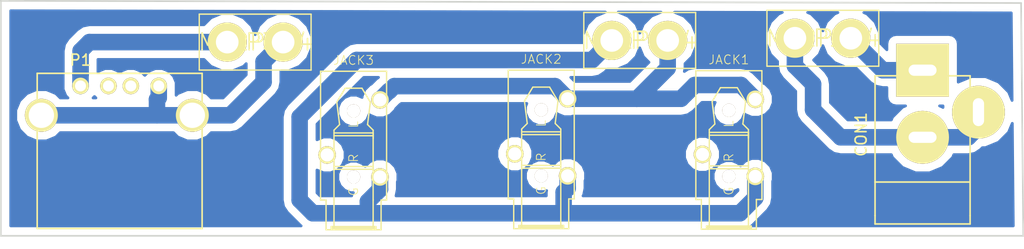
<source format=kicad_pcb>
(kicad_pcb (version 4) (host pcbnew "(2015-10-16 BZR 6271, Git 9aba2f2)-product")

  (general
    (links 13)
    (no_connects 0)
    (area 82.174999 93.824999 175.225001 115.325001)
    (thickness 1.6)
    (drawings 5)
    (tracks 55)
    (zones 0)
    (modules 8)
    (nets 12)
  )

  (page A4)
  (layers
    (0 F.Cu signal)
    (31 B.Cu signal)
    (32 B.Adhes user)
    (33 F.Adhes user)
    (34 B.Paste user)
    (35 F.Paste user)
    (36 B.SilkS user)
    (37 F.SilkS user)
    (38 B.Mask user)
    (39 F.Mask user)
    (40 Dwgs.User user)
    (41 Cmts.User user)
    (42 Eco1.User user)
    (43 Eco2.User user)
    (44 Edge.Cuts user)
    (45 Margin user)
    (46 B.CrtYd user)
    (47 F.CrtYd user)
    (48 B.Fab user)
    (49 F.Fab user)
  )

  (setup
    (last_trace_width 0.25)
    (user_trace_width 1)
    (user_trace_width 1.5)
    (trace_clearance 0.2)
    (zone_clearance 0.7)
    (zone_45_only no)
    (trace_min 0.2)
    (segment_width 0.2)
    (edge_width 0.15)
    (via_size 0.6)
    (via_drill 0.4)
    (via_min_size 0.4)
    (via_min_drill 0.3)
    (uvia_size 0.3)
    (uvia_drill 0.1)
    (uvias_allowed no)
    (uvia_min_size 0.2)
    (uvia_min_drill 0.1)
    (pcb_text_width 0.3)
    (pcb_text_size 1.5 1.5)
    (mod_edge_width 0.15)
    (mod_text_size 1 1)
    (mod_text_width 0.15)
    (pad_size 1.524 1.524)
    (pad_drill 0.762)
    (pad_to_mask_clearance 0.2)
    (aux_axis_origin 0 0)
    (visible_elements FFFFFF7F)
    (pcbplotparams
      (layerselection 0x010f0_80000001)
      (usegerberextensions false)
      (excludeedgelayer true)
      (linewidth 0.100000)
      (plotframeref false)
      (viasonmask false)
      (mode 1)
      (useauxorigin false)
      (hpglpennumber 1)
      (hpglpenspeed 20)
      (hpglpendiameter 15)
      (hpglpenoverlay 2)
      (psnegative false)
      (psa4output false)
      (plotreference true)
      (plotvalue true)
      (plotinvisibletext false)
      (padsonsilk false)
      (subtractmaskfromsilk false)
      (outputformat 1)
      (mirror false)
      (drillshape 0)
      (scaleselection 1)
      (outputdirectory /home/achmadi/Documents/To-Fabrikasi/jack/drill_millimeter/))
  )

  (net 0 "")
  (net 1 "Net-(CON1-Pad1)")
  (net 2 "Net-(CON1-Pad2)")
  (net 3 "Net-(JACK1-Pad3)")
  (net 4 "Net-(JACK1-Pad2)")
  (net 5 "Net-(JP3-Pad1)")
  (net 6 "Net-(JP3-Pad2)")
  (net 7 "Net-(P1-Pad3)")
  (net 8 "Net-(P1-Pad2)")
  (net 9 "Net-(JACK1-Pad4)")
  (net 10 "Net-(JACK2-Pad2)")
  (net 11 "Net-(JACK3-Pad2)")

  (net_class Default "This is the default net class."
    (clearance 0.2)
    (trace_width 0.25)
    (via_dia 0.6)
    (via_drill 0.4)
    (uvia_dia 0.3)
    (uvia_drill 0.1)
    (add_net "Net-(CON1-Pad1)")
    (add_net "Net-(CON1-Pad2)")
    (add_net "Net-(JACK1-Pad2)")
    (add_net "Net-(JACK1-Pad3)")
    (add_net "Net-(JACK1-Pad4)")
    (add_net "Net-(JACK2-Pad2)")
    (add_net "Net-(JACK3-Pad2)")
    (add_net "Net-(JP3-Pad1)")
    (add_net "Net-(JP3-Pad2)")
    (add_net "Net-(P1-Pad2)")
    (add_net "Net-(P1-Pad3)")
  )

  (module Connect:JACK_ALIM (layer F.Cu) (tedit 0) (tstamp 5639EA7C)
    (at 166 106.3 90)
    (descr "module 1 pin (ou trou mecanique de percage)")
    (tags "CONN JACK")
    (path /5639F062)
    (fp_text reference CON1 (at 0.254 -5.588 90) (layer F.SilkS)
      (effects (font (size 1 1) (thickness 0.15)))
    )
    (fp_text value BARREL_JACK (at -5.08 5.588 90) (layer F.Fab)
      (effects (font (size 1 1) (thickness 0.15)))
    )
    (fp_line (start -7.112 -4.318) (end -7.874 -4.318) (layer F.SilkS) (width 0.15))
    (fp_line (start -7.874 -4.318) (end -7.874 4.318) (layer F.SilkS) (width 0.15))
    (fp_line (start -7.874 4.318) (end -7.112 4.318) (layer F.SilkS) (width 0.15))
    (fp_line (start -4.064 -4.318) (end -4.064 4.318) (layer F.SilkS) (width 0.15))
    (fp_line (start 5.588 -4.318) (end 5.588 4.318) (layer F.SilkS) (width 0.15))
    (fp_line (start -7.112 4.318) (end 5.588 4.318) (layer F.SilkS) (width 0.15))
    (fp_line (start -7.112 -4.318) (end 5.588 -4.318) (layer F.SilkS) (width 0.15))
    (pad 2 thru_hole circle (at 0 0 90) (size 4.8006 4.8006) (drill oval 1.016 2.54) (layers *.Cu *.Mask F.SilkS)
      (net 2 "Net-(CON1-Pad2)"))
    (pad 1 thru_hole rect (at 6.096 0 90) (size 4.8006 4.8006) (drill oval 1.016 2.54) (layers *.Cu *.Mask F.SilkS)
      (net 1 "Net-(CON1-Pad1)"))
    (pad 3 thru_hole circle (at 2.286 5.08 90) (size 4.8006 4.8006) (drill oval 2.54 1.016) (layers *.Cu *.Mask F.SilkS)
      (net 2 "Net-(CON1-Pad2)"))
    (model Connect.3dshapes/JACK_ALIM.wrl
      (at (xyz 0 0 0))
      (scale (xyz 0.8 0.8 0.8))
      (rotate (xyz 0 0 0))
    )
  )

  (module ab2_audio:AB2_JACK_3.5MM-3P-PTH (layer F.Cu) (tedit 55C6C15C) (tstamp 5639EA85)
    (at 148.4 111.95 90)
    (path /5639E65B)
    (fp_text reference JACK1 (at 12.7 0 180) (layer F.SilkS)
      (effects (font (size 0.8128 0.8128) (thickness 0.0762)))
    )
    (fp_text value AB2_JACK_3.5MM-3P (at -3.556 0 180) (layer F.SilkS) hide
      (effects (font (size 0.8128 0.8128) (thickness 0.0762)))
    )
    (fp_line (start 5.842 -1.778) (end 5.842 1.778) (layer F.SilkS) (width 0.127))
    (fp_line (start 2.794 -1.778) (end 2.794 1.778) (layer F.SilkS) (width 0.127))
    (fp_text user G (at 0.762 0 90) (layer F.SilkS)
      (effects (font (size 0.8128 0.8128) (thickness 0.0762)))
    )
    (fp_line (start -2.667 2.032) (end -2.667 -2.032) (layer F.SilkS) (width 0.127))
    (fp_line (start -2.54 2.032) (end -2.54 -2.032) (layer F.SilkS) (width 0.127))
    (fp_line (start -2.413 -1.905) (end -2.413 -2.032) (layer F.SilkS) (width 0.127))
    (fp_line (start -2.413 -2.032) (end -2.667 -2.032) (layer F.SilkS) (width 0.127))
    (fp_line (start -2.413 1.905) (end -2.413 2.032) (layer F.SilkS) (width 0.127))
    (fp_line (start -2.413 2.032) (end -2.667 2.032) (layer F.SilkS) (width 0.127))
    (fp_line (start -2.413 -1.905) (end -2.413 1.905) (layer F.SilkS) (width 0.127))
    (fp_line (start 0 -1.778) (end -2.667 -1.778) (layer F.SilkS) (width 0.127))
    (fp_line (start 0 1.778) (end -2.667 1.778) (layer F.SilkS) (width 0.127))
    (fp_text user L (at 6.858 0 90) (layer F.SilkS)
      (effects (font (size 0.8128 0.8128) (thickness 0.0762)))
    )
    (fp_text user R (at 3.81 0 90) (layer F.SilkS)
      (effects (font (size 0.8128 0.8128) (thickness 0.0762)))
    )
    (fp_line (start 8.89 -1.524) (end 6.858 -1.27) (layer F.SilkS) (width 0.127))
    (fp_line (start 6.858 -1.27) (end 6.35 -1.778) (layer F.SilkS) (width 0.127))
    (fp_line (start 3.048 1.778) (end 3.048 -1.778) (layer F.SilkS) (width 0.127))
    (fp_line (start 6.096 -1.778) (end 6.096 1.778) (layer F.SilkS) (width 0.127))
    (fp_line (start 6.096 1.778) (end 5.588 1.778) (layer F.SilkS) (width 0.127))
    (fp_line (start 6.35 -1.778) (end 0 -1.778) (layer F.SilkS) (width 0.127))
    (fp_line (start 6.858 1.27) (end 8.89 1.524) (layer F.SilkS) (width 0.127))
    (fp_line (start 8.89 1.524) (end 10.16 0.762) (layer F.SilkS) (width 0.127))
    (fp_line (start 10.16 0.762) (end 10.16 -0.762) (layer F.SilkS) (width 0.127))
    (fp_line (start 10.16 -0.762) (end 8.89 -1.524) (layer F.SilkS) (width 0.127))
    (fp_line (start 0 1.778) (end 6.35 1.778) (layer F.SilkS) (width 0.127))
    (fp_line (start 6.35 1.778) (end 6.858 1.27) (layer F.SilkS) (width 0.127))
    (fp_line (start 0 -2.5) (end 0 -3) (layer F.SilkS) (width 0.127))
    (fp_line (start 0 -3) (end 11.7 -3) (layer F.SilkS) (width 0.127))
    (fp_line (start 11.7 -3) (end 11.7 3) (layer F.SilkS) (width 0.127))
    (fp_line (start 11.7 3) (end 0 3) (layer F.SilkS) (width 0.127))
    (fp_line (start 0 3) (end 0 2.5) (layer F.SilkS) (width 0.127))
    (fp_line (start 0 -2.5) (end -2.7 -2.5) (layer F.SilkS) (width 0.127))
    (fp_line (start -2.7 -2.5) (end -2.7 2.5) (layer F.SilkS) (width 0.127))
    (fp_line (start -2.7 2.5) (end 0 2.5) (layer F.SilkS) (width 0.127))
    (pad 3 thru_hole circle (at 2.1 2.4 90) (size 1.6 1.6) (drill 1.2) (layers *.Cu *.Mask F.SilkS)
      (net 3 "Net-(JACK1-Pad3)"))
    (pad 2 thru_hole circle (at 4.1 -2.4 90) (size 1.6 1.6) (drill 1.2) (layers *.Cu *.Mask F.SilkS)
      (net 4 "Net-(JACK1-Pad2)"))
    (pad 4 thru_hole circle (at 9.1 2.4 90) (size 1.6 1.6) (drill 1.2) (layers *.Cu *.Mask F.SilkS)
      (net 9 "Net-(JACK1-Pad4)"))
    (pad "" thru_hole circle (at 2.1 0 90) (size 1.2 1.2) (drill 1.2) (layers *.Cu *.Mask F.SilkS))
    (pad "" thru_hole circle (at 8.1 0 90) (size 1.2 1.2) (drill 1.2) (layers *.Cu *.Mask F.SilkS))
    (model ab2_connector/AB2_TRS_3p5MM_PTH.wrl
      (at (xyz 0 0 0))
      (scale (xyz 0.3937 0.3937 0.3937))
      (rotate (xyz 0 0 0))
    )
  )

  (module ab2_audio:AB2_JACK_3.5MM-3P-PTH (layer F.Cu) (tedit 55C6C15C) (tstamp 5639EA8E)
    (at 131.35 111.9 90)
    (path /5639E6AD)
    (fp_text reference JACK2 (at 12.7 0 180) (layer F.SilkS)
      (effects (font (size 0.8128 0.8128) (thickness 0.0762)))
    )
    (fp_text value AB2_JACK_3.5MM-3P (at -3.556 0 180) (layer F.SilkS) hide
      (effects (font (size 0.8128 0.8128) (thickness 0.0762)))
    )
    (fp_line (start 5.842 -1.778) (end 5.842 1.778) (layer F.SilkS) (width 0.127))
    (fp_line (start 2.794 -1.778) (end 2.794 1.778) (layer F.SilkS) (width 0.127))
    (fp_text user G (at 0.762 0 90) (layer F.SilkS)
      (effects (font (size 0.8128 0.8128) (thickness 0.0762)))
    )
    (fp_line (start -2.667 2.032) (end -2.667 -2.032) (layer F.SilkS) (width 0.127))
    (fp_line (start -2.54 2.032) (end -2.54 -2.032) (layer F.SilkS) (width 0.127))
    (fp_line (start -2.413 -1.905) (end -2.413 -2.032) (layer F.SilkS) (width 0.127))
    (fp_line (start -2.413 -2.032) (end -2.667 -2.032) (layer F.SilkS) (width 0.127))
    (fp_line (start -2.413 1.905) (end -2.413 2.032) (layer F.SilkS) (width 0.127))
    (fp_line (start -2.413 2.032) (end -2.667 2.032) (layer F.SilkS) (width 0.127))
    (fp_line (start -2.413 -1.905) (end -2.413 1.905) (layer F.SilkS) (width 0.127))
    (fp_line (start 0 -1.778) (end -2.667 -1.778) (layer F.SilkS) (width 0.127))
    (fp_line (start 0 1.778) (end -2.667 1.778) (layer F.SilkS) (width 0.127))
    (fp_text user L (at 6.858 0 90) (layer F.SilkS)
      (effects (font (size 0.8128 0.8128) (thickness 0.0762)))
    )
    (fp_text user R (at 3.81 0 90) (layer F.SilkS)
      (effects (font (size 0.8128 0.8128) (thickness 0.0762)))
    )
    (fp_line (start 8.89 -1.524) (end 6.858 -1.27) (layer F.SilkS) (width 0.127))
    (fp_line (start 6.858 -1.27) (end 6.35 -1.778) (layer F.SilkS) (width 0.127))
    (fp_line (start 3.048 1.778) (end 3.048 -1.778) (layer F.SilkS) (width 0.127))
    (fp_line (start 6.096 -1.778) (end 6.096 1.778) (layer F.SilkS) (width 0.127))
    (fp_line (start 6.096 1.778) (end 5.588 1.778) (layer F.SilkS) (width 0.127))
    (fp_line (start 6.35 -1.778) (end 0 -1.778) (layer F.SilkS) (width 0.127))
    (fp_line (start 6.858 1.27) (end 8.89 1.524) (layer F.SilkS) (width 0.127))
    (fp_line (start 8.89 1.524) (end 10.16 0.762) (layer F.SilkS) (width 0.127))
    (fp_line (start 10.16 0.762) (end 10.16 -0.762) (layer F.SilkS) (width 0.127))
    (fp_line (start 10.16 -0.762) (end 8.89 -1.524) (layer F.SilkS) (width 0.127))
    (fp_line (start 0 1.778) (end 6.35 1.778) (layer F.SilkS) (width 0.127))
    (fp_line (start 6.35 1.778) (end 6.858 1.27) (layer F.SilkS) (width 0.127))
    (fp_line (start 0 -2.5) (end 0 -3) (layer F.SilkS) (width 0.127))
    (fp_line (start 0 -3) (end 11.7 -3) (layer F.SilkS) (width 0.127))
    (fp_line (start 11.7 -3) (end 11.7 3) (layer F.SilkS) (width 0.127))
    (fp_line (start 11.7 3) (end 0 3) (layer F.SilkS) (width 0.127))
    (fp_line (start 0 3) (end 0 2.5) (layer F.SilkS) (width 0.127))
    (fp_line (start 0 -2.5) (end -2.7 -2.5) (layer F.SilkS) (width 0.127))
    (fp_line (start -2.7 -2.5) (end -2.7 2.5) (layer F.SilkS) (width 0.127))
    (fp_line (start -2.7 2.5) (end 0 2.5) (layer F.SilkS) (width 0.127))
    (pad 3 thru_hole circle (at 2.1 2.4 90) (size 1.6 1.6) (drill 1.2) (layers *.Cu *.Mask F.SilkS)
      (net 3 "Net-(JACK1-Pad3)"))
    (pad 2 thru_hole circle (at 4.1 -2.4 90) (size 1.6 1.6) (drill 1.2) (layers *.Cu *.Mask F.SilkS)
      (net 10 "Net-(JACK2-Pad2)"))
    (pad 4 thru_hole circle (at 9.1 2.4 90) (size 1.6 1.6) (drill 1.2) (layers *.Cu *.Mask F.SilkS)
      (net 9 "Net-(JACK1-Pad4)"))
    (pad "" thru_hole circle (at 2.1 0 90) (size 1.2 1.2) (drill 1.2) (layers *.Cu *.Mask F.SilkS))
    (pad "" thru_hole circle (at 8.1 0 90) (size 1.2 1.2) (drill 1.2) (layers *.Cu *.Mask F.SilkS))
    (model ab2_connector/AB2_TRS_3p5MM_PTH.wrl
      (at (xyz 0 0 0))
      (scale (xyz 0.3937 0.3937 0.3937))
      (rotate (xyz 0 0 0))
    )
  )

  (module ab2_audio:AB2_JACK_3.5MM-3P-PTH (layer F.Cu) (tedit 55C6C15C) (tstamp 5639EA97)
    (at 114.3 112 90)
    (path /5639E775)
    (fp_text reference JACK3 (at 12.7 0 180) (layer F.SilkS)
      (effects (font (size 0.8128 0.8128) (thickness 0.0762)))
    )
    (fp_text value AB2_JACK_3.5MM-3P (at -3.556 0 180) (layer F.SilkS) hide
      (effects (font (size 0.8128 0.8128) (thickness 0.0762)))
    )
    (fp_line (start 5.842 -1.778) (end 5.842 1.778) (layer F.SilkS) (width 0.127))
    (fp_line (start 2.794 -1.778) (end 2.794 1.778) (layer F.SilkS) (width 0.127))
    (fp_text user G (at 0.762 0 90) (layer F.SilkS)
      (effects (font (size 0.8128 0.8128) (thickness 0.0762)))
    )
    (fp_line (start -2.667 2.032) (end -2.667 -2.032) (layer F.SilkS) (width 0.127))
    (fp_line (start -2.54 2.032) (end -2.54 -2.032) (layer F.SilkS) (width 0.127))
    (fp_line (start -2.413 -1.905) (end -2.413 -2.032) (layer F.SilkS) (width 0.127))
    (fp_line (start -2.413 -2.032) (end -2.667 -2.032) (layer F.SilkS) (width 0.127))
    (fp_line (start -2.413 1.905) (end -2.413 2.032) (layer F.SilkS) (width 0.127))
    (fp_line (start -2.413 2.032) (end -2.667 2.032) (layer F.SilkS) (width 0.127))
    (fp_line (start -2.413 -1.905) (end -2.413 1.905) (layer F.SilkS) (width 0.127))
    (fp_line (start 0 -1.778) (end -2.667 -1.778) (layer F.SilkS) (width 0.127))
    (fp_line (start 0 1.778) (end -2.667 1.778) (layer F.SilkS) (width 0.127))
    (fp_text user L (at 6.858 0 90) (layer F.SilkS)
      (effects (font (size 0.8128 0.8128) (thickness 0.0762)))
    )
    (fp_text user R (at 3.81 0 90) (layer F.SilkS)
      (effects (font (size 0.8128 0.8128) (thickness 0.0762)))
    )
    (fp_line (start 8.89 -1.524) (end 6.858 -1.27) (layer F.SilkS) (width 0.127))
    (fp_line (start 6.858 -1.27) (end 6.35 -1.778) (layer F.SilkS) (width 0.127))
    (fp_line (start 3.048 1.778) (end 3.048 -1.778) (layer F.SilkS) (width 0.127))
    (fp_line (start 6.096 -1.778) (end 6.096 1.778) (layer F.SilkS) (width 0.127))
    (fp_line (start 6.096 1.778) (end 5.588 1.778) (layer F.SilkS) (width 0.127))
    (fp_line (start 6.35 -1.778) (end 0 -1.778) (layer F.SilkS) (width 0.127))
    (fp_line (start 6.858 1.27) (end 8.89 1.524) (layer F.SilkS) (width 0.127))
    (fp_line (start 8.89 1.524) (end 10.16 0.762) (layer F.SilkS) (width 0.127))
    (fp_line (start 10.16 0.762) (end 10.16 -0.762) (layer F.SilkS) (width 0.127))
    (fp_line (start 10.16 -0.762) (end 8.89 -1.524) (layer F.SilkS) (width 0.127))
    (fp_line (start 0 1.778) (end 6.35 1.778) (layer F.SilkS) (width 0.127))
    (fp_line (start 6.35 1.778) (end 6.858 1.27) (layer F.SilkS) (width 0.127))
    (fp_line (start 0 -2.5) (end 0 -3) (layer F.SilkS) (width 0.127))
    (fp_line (start 0 -3) (end 11.7 -3) (layer F.SilkS) (width 0.127))
    (fp_line (start 11.7 -3) (end 11.7 3) (layer F.SilkS) (width 0.127))
    (fp_line (start 11.7 3) (end 0 3) (layer F.SilkS) (width 0.127))
    (fp_line (start 0 3) (end 0 2.5) (layer F.SilkS) (width 0.127))
    (fp_line (start 0 -2.5) (end -2.7 -2.5) (layer F.SilkS) (width 0.127))
    (fp_line (start -2.7 -2.5) (end -2.7 2.5) (layer F.SilkS) (width 0.127))
    (fp_line (start -2.7 2.5) (end 0 2.5) (layer F.SilkS) (width 0.127))
    (pad 3 thru_hole circle (at 2.1 2.4 90) (size 1.6 1.6) (drill 1.2) (layers *.Cu *.Mask F.SilkS)
      (net 3 "Net-(JACK1-Pad3)"))
    (pad 2 thru_hole circle (at 4.1 -2.4 90) (size 1.6 1.6) (drill 1.2) (layers *.Cu *.Mask F.SilkS)
      (net 11 "Net-(JACK3-Pad2)"))
    (pad 4 thru_hole circle (at 9.1 2.4 90) (size 1.6 1.6) (drill 1.2) (layers *.Cu *.Mask F.SilkS)
      (net 9 "Net-(JACK1-Pad4)"))
    (pad "" thru_hole circle (at 2.1 0 90) (size 1.2 1.2) (drill 1.2) (layers *.Cu *.Mask F.SilkS))
    (pad "" thru_hole circle (at 8.1 0 90) (size 1.2 1.2) (drill 1.2) (layers *.Cu *.Mask F.SilkS))
    (model ab2_connector/AB2_TRS_3p5MM_PTH.wrl
      (at (xyz 0 0 0))
      (scale (xyz 0.3937 0.3937 0.3937))
      (rotate (xyz 0 0 0))
    )
  )

  (module SparkFun:SparkFun-1X02_XTRA_BIG (layer F.Cu) (tedit 200000) (tstamp 5639EA9D)
    (at 140.3 97.5)
    (path /5639E97D)
    (attr virtual)
    (fp_text reference JP1 (at 0 0) (layer F.SilkS)
      (effects (font (thickness 0.15)))
    )
    (fp_text value M02PTH4 (at 0 0) (layer F.SilkS)
      (effects (font (thickness 0.15)))
    )
    (fp_line (start -5.08 -2.54) (end -5.08 2.54) (layer F.SilkS) (width 0.127))
    (fp_line (start -5.08 2.54) (end 5.08 2.54) (layer F.SilkS) (width 0.127))
    (fp_line (start 5.08 2.54) (end 5.08 -2.54) (layer F.SilkS) (width 0.127))
    (fp_line (start 5.08 -2.54) (end -5.08 -2.54) (layer F.SilkS) (width 0.127))
    (pad 1 thru_hole circle (at -2.54 0) (size 3.556 3.556) (drill 2.0574) (layers *.Cu F.Paste F.SilkS F.Mask)
      (net 3 "Net-(JACK1-Pad3)"))
    (pad 2 thru_hole circle (at 2.54 0) (size 3.556 3.556) (drill 2.0574) (layers *.Cu F.Paste F.SilkS F.Mask)
      (net 9 "Net-(JACK1-Pad4)"))
  )

  (module SparkFun:SparkFun-1X02_XTRA_BIG (layer F.Cu) (tedit 200000) (tstamp 5639EAA3)
    (at 156.94 97.3 180)
    (path /5639F1BD)
    (attr virtual)
    (fp_text reference JP2 (at 0 0 180) (layer F.SilkS)
      (effects (font (thickness 0.15)))
    )
    (fp_text value M02PTH4 (at 0 0 180) (layer F.SilkS)
      (effects (font (thickness 0.15)))
    )
    (fp_line (start -5.08 -2.54) (end -5.08 2.54) (layer F.SilkS) (width 0.127))
    (fp_line (start -5.08 2.54) (end 5.08 2.54) (layer F.SilkS) (width 0.127))
    (fp_line (start 5.08 2.54) (end 5.08 -2.54) (layer F.SilkS) (width 0.127))
    (fp_line (start 5.08 -2.54) (end -5.08 -2.54) (layer F.SilkS) (width 0.127))
    (pad 1 thru_hole circle (at -2.54 0 180) (size 3.556 3.556) (drill 2.0574) (layers *.Cu F.Paste F.SilkS F.Mask)
      (net 1 "Net-(CON1-Pad1)"))
    (pad 2 thru_hole circle (at 2.54 0 180) (size 3.556 3.556) (drill 2.0574) (layers *.Cu F.Paste F.SilkS F.Mask)
      (net 2 "Net-(CON1-Pad2)"))
  )

  (module SparkFun:SparkFun-1X02_XTRA_BIG (layer F.Cu) (tedit 200000) (tstamp 563A2DE9)
    (at 105.36 97.65)
    (path /563A4528)
    (attr virtual)
    (fp_text reference JP3 (at 0 0) (layer F.SilkS)
      (effects (font (thickness 0.15)))
    )
    (fp_text value M02PTH4 (at 0 0) (layer F.SilkS)
      (effects (font (thickness 0.15)))
    )
    (fp_line (start -5.08 -2.54) (end -5.08 2.54) (layer F.SilkS) (width 0.127))
    (fp_line (start -5.08 2.54) (end 5.08 2.54) (layer F.SilkS) (width 0.127))
    (fp_line (start 5.08 2.54) (end 5.08 -2.54) (layer F.SilkS) (width 0.127))
    (fp_line (start 5.08 -2.54) (end -5.08 -2.54) (layer F.SilkS) (width 0.127))
    (pad 1 thru_hole circle (at -2.54 0) (size 3.556 3.556) (drill 2.0574) (layers *.Cu F.Paste F.SilkS F.Mask)
      (net 5 "Net-(JP3-Pad1)"))
    (pad 2 thru_hole circle (at 2.54 0) (size 3.556 3.556) (drill 2.0574) (layers *.Cu F.Paste F.SilkS F.Mask)
      (net 6 "Net-(JP3-Pad2)"))
  )

  (module Connect:USB_A (layer F.Cu) (tedit 5543E289) (tstamp 563A2DF3)
    (at 89.48914 101.63512)
    (descr "USB A connector")
    (tags "USB USB_A")
    (path /563A54AD)
    (fp_text reference P1 (at 0 -2.35) (layer F.SilkS)
      (effects (font (size 1 1) (thickness 0.15)))
    )
    (fp_text value USB_A (at 3.83794 7.43458) (layer F.Fab)
      (effects (font (size 1 1) (thickness 0.15)))
    )
    (fp_line (start -5.3 13.2) (end -5.3 -1.4) (layer F.CrtYd) (width 0.05))
    (fp_line (start 11.95 -1.4) (end 11.95 13.2) (layer F.CrtYd) (width 0.05))
    (fp_line (start -5.3 13.2) (end 11.95 13.2) (layer F.CrtYd) (width 0.05))
    (fp_line (start -5.3 -1.4) (end 11.95 -1.4) (layer F.CrtYd) (width 0.05))
    (fp_line (start 11.04986 -1.14512) (end 11.04986 12.95188) (layer F.SilkS) (width 0.15))
    (fp_line (start -3.93614 12.95188) (end -3.93614 -1.14512) (layer F.SilkS) (width 0.15))
    (fp_line (start 11.04986 -1.14512) (end -3.93614 -1.14512) (layer F.SilkS) (width 0.15))
    (fp_line (start 11.04986 12.95188) (end -3.93614 12.95188) (layer F.SilkS) (width 0.15))
    (pad 4 thru_hole circle (at 7.11286 -0.00212 270) (size 1.50114 1.50114) (drill 1.00076) (layers *.Cu *.Mask F.SilkS)
      (net 6 "Net-(JP3-Pad2)"))
    (pad 3 thru_hole circle (at 4.57286 -0.00212 270) (size 1.50114 1.50114) (drill 1.00076) (layers *.Cu *.Mask F.SilkS)
      (net 7 "Net-(P1-Pad3)"))
    (pad 2 thru_hole circle (at 2.54086 -0.00212 270) (size 1.50114 1.50114) (drill 1.00076) (layers *.Cu *.Mask F.SilkS)
      (net 8 "Net-(P1-Pad2)"))
    (pad 1 thru_hole circle (at 0.00086 -0.00212 270) (size 1.50114 1.50114) (drill 1.00076) (layers *.Cu *.Mask F.SilkS)
      (net 5 "Net-(JP3-Pad1)"))
    (pad 5 thru_hole circle (at 10.16086 2.66488 270) (size 2.99974 2.99974) (drill 2.30124) (layers *.Cu *.Mask F.SilkS)
      (net 6 "Net-(JP3-Pad2)"))
    (pad 5 thru_hole circle (at -3.55514 2.66488 270) (size 2.99974 2.99974) (drill 2.30124) (layers *.Cu *.Mask F.SilkS)
      (net 6 "Net-(JP3-Pad2)"))
    (model Connect.3dshapes/USB_A.wrl
      (at (xyz 0.14 0 0))
      (scale (xyz 1 1 1))
      (rotate (xyz 0 0 90))
    )
  )

  (gr_line (start 82.25 115.25) (end 82.25 93.9) (layer Edge.Cuts) (width 0.15))
  (gr_line (start 175.15 115.25) (end 82.25 115.25) (layer Edge.Cuts) (width 0.15))
  (gr_line (start 174.95 94.1) (end 175.15 115.25) (layer Edge.Cuts) (width 0.15))
  (gr_line (start 82.25 93.9) (end 174.95 94.1) (layer Edge.Cuts) (width 0.15))
  (gr_line (start 98.25 115.4) (end 114.45 115.45) (layer Dwgs.User) (width 0.2))

  (segment (start 166 100.204) (end 162.384 100.204) (width 1.5) (layer B.Cu) (net 1))
  (segment (start 162.384 100.204) (end 159.48 97.3) (width 1.5) (layer B.Cu) (net 1))
  (segment (start 171.08 105.37) (end 170.15 106.3) (width 1.5) (layer B.Cu) (net 2))
  (segment (start 170.15 106.3) (end 167.9 106.3) (width 1.5) (layer B.Cu) (net 2))
  (segment (start 171.08 104.014) (end 171.08 105.37) (width 1.5) (layer B.Cu) (net 2))
  (segment (start 156.05 103.8) (end 158.55 106.3) (width 1.5) (layer B.Cu) (net 2))
  (segment (start 158.55 106.3) (end 166 106.3) (width 1.5) (layer B.Cu) (net 2))
  (segment (start 156.05 101.464471) (end 156.05 103.8) (width 1.5) (layer B.Cu) (net 2))
  (segment (start 154.4 97.3) (end 154.4 99.814471) (width 1.5) (layer B.Cu) (net 2))
  (segment (start 154.4 99.814471) (end 156.05 101.464471) (width 1.5) (layer B.Cu) (net 2))
  (segment (start 167.9 106.3) (end 166 106.3) (width 1.5) (layer B.Cu) (net 2))
  (segment (start 171.08 104.014) (end 171.08 104.97) (width 2) (layer B.Cu) (net 2))
  (segment (start 110.6 113.2) (end 115.60089 113.2) (width 1.5) (layer B.Cu) (net 3))
  (segment (start 115.60089 113.2) (end 133.386725 113.2) (width 1.5) (layer B.Cu) (net 3))
  (segment (start 116.7 109.9) (end 116.7 111.03137) (width 1.5) (layer B.Cu) (net 3))
  (segment (start 115.60089 112.13048) (end 115.60089 113.2) (width 1.5) (layer B.Cu) (net 3))
  (segment (start 116.7 111.03137) (end 115.60089 112.13048) (width 1.5) (layer B.Cu) (net 3))
  (segment (start 133.386725 113.2) (end 149.4 113.2) (width 1.5) (layer B.Cu) (net 3))
  (segment (start 133.75 109.8) (end 133.75 110.93137) (width 1.5) (layer B.Cu) (net 3))
  (segment (start 133.75 110.93137) (end 133.386725 111.294645) (width 1.5) (layer B.Cu) (net 3))
  (segment (start 133.386725 111.294645) (end 133.386725 113.2) (width 1.5) (layer B.Cu) (net 3))
  (segment (start 149.4 113.2) (end 150.8 111.8) (width 1.5) (layer B.Cu) (net 3))
  (segment (start 150.8 111.8) (end 150.8 109.85) (width 1.5) (layer B.Cu) (net 3))
  (segment (start 109.4 112) (end 110.6 113.2) (width 1.5) (layer B.Cu) (net 3))
  (segment (start 109.4 104.45) (end 109.4 112) (width 1.5) (layer B.Cu) (net 3))
  (segment (start 114.572001 99.277999) (end 109.4 104.45) (width 1.5) (layer B.Cu) (net 3))
  (segment (start 137.76 97.5) (end 135.982001 99.277999) (width 1.5) (layer B.Cu) (net 3))
  (segment (start 135.982001 99.277999) (end 114.572001 99.277999) (width 1.5) (layer B.Cu) (net 3))
  (segment (start 89.5 100.561534) (end 89.5 98.45) (width 1.5) (layer B.Cu) (net 5))
  (segment (start 89.5 98.45) (end 90.3 97.65) (width 1.5) (layer B.Cu) (net 5))
  (segment (start 89.49 101.633) (end 89.49 100.571534) (width 1.5) (layer B.Cu) (net 5))
  (segment (start 89.49 100.571534) (end 89.5 100.561534) (width 1.5) (layer B.Cu) (net 5))
  (segment (start 102.82 97.65) (end 90.3 97.65) (width 1.5) (layer B.Cu) (net 5))
  (segment (start 99.65 104.3) (end 96.439237 104.3) (width 1.5) (layer B.Cu) (net 6))
  (segment (start 96.439237 104.3) (end 85.934 104.3) (width 1.5) (layer B.Cu) (net 6))
  (segment (start 96.602 101.633) (end 96.602 102.694466) (width 1.5) (layer B.Cu) (net 6))
  (segment (start 96.602 102.694466) (end 96.439237 102.857229) (width 1.5) (layer B.Cu) (net 6))
  (segment (start 96.439237 102.857229) (end 96.439237 104.3) (width 1.5) (layer B.Cu) (net 6))
  (segment (start 107.9 97.65) (end 106.122001 99.427999) (width 1.5) (layer B.Cu) (net 6))
  (segment (start 106.122001 99.427999) (end 106.122001 101.277999) (width 1.5) (layer B.Cu) (net 6))
  (segment (start 106.122001 101.277999) (end 103.1 104.3) (width 1.5) (layer B.Cu) (net 6))
  (segment (start 103.1 104.3) (end 99.65 104.3) (width 1.5) (layer B.Cu) (net 6))
  (segment (start 133.75 102.8) (end 140.001672 102.8) (width 1.5) (layer B.Cu) (net 9))
  (segment (start 140.001672 102.8) (end 144.05 102.8) (width 1.5) (layer B.Cu) (net 9))
  (segment (start 142.84 97.5) (end 142.84 100.014471) (width 1.5) (layer B.Cu) (net 9))
  (segment (start 142.84 100.014471) (end 140.054471 102.8) (width 1.5) (layer B.Cu) (net 9))
  (segment (start 140.054471 102.8) (end 140.001672 102.8) (width 1.5) (layer B.Cu) (net 9))
  (segment (start 145.3 101.55) (end 149.5 101.55) (width 1.5) (layer B.Cu) (net 9))
  (segment (start 149.5 101.55) (end 150.8 102.85) (width 1.5) (layer B.Cu) (net 9))
  (segment (start 144.05 102.8) (end 145.3 101.55) (width 1.5) (layer B.Cu) (net 9))
  (segment (start 118 101.65) (end 132.6 101.65) (width 1.5) (layer B.Cu) (net 9))
  (segment (start 132.6 101.65) (end 133.75 102.8) (width 1.5) (layer B.Cu) (net 9))
  (segment (start 117.549999 102.100001) (end 118 101.65) (width 1.5) (layer B.Cu) (net 9))
  (segment (start 116.7 102.9) (end 117.499999 102.100001) (width 1.5) (layer B.Cu) (net 9))
  (segment (start 117.499999 102.100001) (end 117.549999 102.100001) (width 1.5) (layer B.Cu) (net 9))

  (zone (net 0) (net_name "") (layer B.Cu) (tstamp 0) (hatch edge 0.508)
    (connect_pads (clearance 0.7))
    (min_thickness 0.254)
    (fill yes (arc_segments 16) (thermal_gap 0.508) (thermal_bridge_width 0.508))
    (polygon
      (pts
        (xy 82.25 93.95) (xy 174.95 94.1) (xy 175.15 115.25) (xy 82.25 115.25)
      )
    )
    (filled_polygon
      (pts
        (xy 137.181261 94.920516) (xy 136.286314 95.290301) (xy 135.552876 96.022459) (xy 135.155453 96.97956) (xy 135.154824 97.700999)
        (xy 114.572001 97.700999) (xy 113.99439 97.815893) (xy 113.968509 97.821041) (xy 113.456894 98.162892) (xy 108.284893 103.334893)
        (xy 107.943042 103.846508) (xy 107.823 104.45) (xy 107.823 112) (xy 107.924121 112.50837) (xy 107.943042 112.603492)
        (xy 108.284893 113.115107) (xy 109.484892 114.315107) (xy 109.53412 114.348) (xy 83.152 114.348) (xy 83.152 104.760812)
        (xy 83.606727 104.760812) (xy 83.960225 105.616344) (xy 84.614213 106.271474) (xy 85.469126 106.626465) (xy 86.394812 106.627273)
        (xy 87.250344 106.273775) (xy 87.647812 105.877) (xy 97.936427 105.877) (xy 98.330213 106.271474) (xy 99.185126 106.626465)
        (xy 100.110812 106.627273) (xy 100.966344 106.273775) (xy 101.363812 105.877) (xy 103.1 105.877) (xy 103.703492 105.756958)
        (xy 104.215107 105.415107) (xy 107.237109 102.393106) (xy 107.480736 102.028492) (xy 107.578959 101.881491) (xy 107.699001 101.277999)
        (xy 107.699001 100.254826) (xy 108.415893 100.255451) (xy 109.373686 99.859699) (xy 110.107124 99.127541) (xy 110.504547 98.17044)
        (xy 110.505451 97.134107) (xy 110.109699 96.176314) (xy 109.377541 95.442876) (xy 108.42044 95.045453) (xy 107.384107 95.044549)
        (xy 106.426314 95.440301) (xy 105.692876 96.172459) (xy 105.359671 96.974907) (xy 105.029699 96.176314) (xy 104.297541 95.442876)
        (xy 103.34044 95.045453) (xy 102.304107 95.044549) (xy 101.346314 95.440301) (xy 100.712509 96.073) (xy 90.3 96.073)
        (xy 89.696508 96.193042) (xy 89.491584 96.329968) (xy 89.184893 96.534892) (xy 88.384893 97.334893) (xy 88.043042 97.846508)
        (xy 87.923 98.45) (xy 87.923 100.521261) (xy 87.913 100.571534) (xy 87.913 101.317115) (xy 87.912705 101.317825)
        (xy 87.912157 101.945421) (xy 88.151822 102.525454) (xy 88.349023 102.723) (xy 87.647573 102.723) (xy 87.253787 102.328526)
        (xy 86.398874 101.973535) (xy 85.473188 101.972727) (xy 84.617656 102.326225) (xy 83.962526 102.980213) (xy 83.607535 103.835126)
        (xy 83.606727 104.760812) (xy 83.152 104.760812) (xy 83.152 94.803948)
      )
    )
    (filled_polygon
      (pts
        (xy 90.889023 102.723) (xy 90.631066 102.723) (xy 90.76027 102.594021)
      )
    )
    (filled_polygon
      (pts
        (xy 101.342459 99.857124) (xy 102.29956 100.254547) (xy 103.335893 100.255451) (xy 104.293686 99.859699) (xy 104.545001 99.608823)
        (xy 104.545001 100.624784) (xy 102.446786 102.723) (xy 101.363573 102.723) (xy 100.969787 102.328526) (xy 100.114874 101.973535)
        (xy 99.189188 101.972727) (xy 98.333656 102.326225) (xy 98.179 102.480611) (xy 98.179 101.948885) (xy 98.179295 101.948175)
        (xy 98.179843 101.320579) (xy 97.940178 100.740546) (xy 97.496788 100.296381) (xy 96.917175 100.055705) (xy 96.289579 100.055157)
        (xy 95.709546 100.294822) (xy 95.33173 100.671979) (xy 94.956788 100.296381) (xy 94.377175 100.055705) (xy 93.749579 100.055157)
        (xy 93.169546 100.294822) (xy 93.046174 100.417979) (xy 92.924788 100.296381) (xy 92.345175 100.055705) (xy 91.717579 100.055157)
        (xy 91.137546 100.294822) (xy 91.077 100.355262) (xy 91.077 99.227) (xy 100.713435 99.227)
      )
    )
    (filled_polygon
      (pts
        (xy 153.253304 94.955192) (xy 152.926314 95.090301) (xy 152.192876 95.822459) (xy 151.795453 96.77956) (xy 151.794549 97.815893)
        (xy 152.190301 98.773686) (xy 152.823 99.407491) (xy 152.823 99.814471) (xy 152.918548 100.294822) (xy 152.943042 100.417963)
        (xy 153.284893 100.929578) (xy 154.473 102.117686) (xy 154.473 103.8) (xy 154.572456 104.3) (xy 154.593042 104.403492)
        (xy 154.934893 104.915107) (xy 157.434893 107.415107) (xy 157.946508 107.756958) (xy 158.55 107.877) (xy 163.159659 107.877)
        (xy 163.262432 108.125731) (xy 164.169494 109.034377) (xy 165.355234 109.526739) (xy 166.639133 109.527859) (xy 167.825731 109.037568)
        (xy 168.734377 108.130506) (xy 168.839642 107.877) (xy 170.15 107.877) (xy 170.753492 107.756958) (xy 171.265107 107.415107)
        (xy 171.4386 107.241614) (xy 171.719133 107.241859) (xy 172.905731 106.751568) (xy 173.814377 105.844506) (xy 174.151345 105.032997)
        (xy 174.23943 114.348) (xy 150.465879 114.348) (xy 150.515107 114.315107) (xy 151.915107 112.915107) (xy 152.256958 112.403492)
        (xy 152.327972 112.046478) (xy 152.377 111.8) (xy 152.377 110.294782) (xy 152.426717 110.17505) (xy 152.427282 109.527789)
        (xy 152.180108 108.929582) (xy 151.722825 108.471501) (xy 151.12505 108.223283) (xy 150.477789 108.222718) (xy 149.879582 108.469892)
        (xy 149.458369 108.890371) (xy 149.209386 108.640953) (xy 148.685093 108.423248) (xy 148.117397 108.422752) (xy 147.592725 108.639543)
        (xy 147.190953 109.040614) (xy 146.973248 109.564907) (xy 146.972752 110.132603) (xy 147.189543 110.657275) (xy 147.590614 111.059047)
        (xy 148.114907 111.276752) (xy 148.682603 111.277248) (xy 149.207275 111.060457) (xy 149.223 111.044759) (xy 149.223 111.146786)
        (xy 148.746786 111.623) (xy 135.148066 111.623) (xy 135.206958 111.534862) (xy 135.248255 111.327248) (xy 135.327 110.93137)
        (xy 135.327 110.244782) (xy 135.376717 110.12505) (xy 135.377282 109.477789) (xy 135.130108 108.879582) (xy 134.672825 108.421501)
        (xy 134.07505 108.173283) (xy 133.427789 108.172718) (xy 132.829582 108.419892) (xy 132.408369 108.840371) (xy 132.159386 108.590953)
        (xy 131.635093 108.373248) (xy 131.067397 108.372752) (xy 130.542725 108.589543) (xy 130.140953 108.990614) (xy 129.923248 109.514907)
        (xy 129.922752 110.082603) (xy 130.139543 110.607275) (xy 130.540614 111.009047) (xy 131.064907 111.226752) (xy 131.632603 111.227248)
        (xy 131.840193 111.141473) (xy 131.809725 111.294645) (xy 131.809725 111.623) (xy 118.159317 111.623) (xy 118.178469 111.526717)
        (xy 118.277 111.03137) (xy 118.277 110.344782) (xy 118.326717 110.22505) (xy 118.327282 109.577789) (xy 118.080108 108.979582)
        (xy 117.622825 108.521501) (xy 117.02505 108.273283) (xy 116.377789 108.272718) (xy 115.779582 108.519892) (xy 115.358369 108.940371)
        (xy 115.109386 108.690953) (xy 114.585093 108.473248) (xy 114.017397 108.472752) (xy 113.492725 108.689543) (xy 113.090953 109.090614)
        (xy 112.873248 109.614907) (xy 112.872752 110.182603) (xy 113.089543 110.707275) (xy 113.490614 111.109047) (xy 114.014907 111.326752)
        (xy 114.277572 111.326981) (xy 114.143932 111.526988) (xy 114.124834 111.623) (xy 111.253215 111.623) (xy 110.977 111.346786)
        (xy 110.977 109.278324) (xy 110.977175 109.278499) (xy 111.57495 109.526717) (xy 112.222211 109.527282) (xy 112.820418 109.280108)
        (xy 113.278499 108.822825) (xy 113.526717 108.22505) (xy 113.526806 108.122211) (xy 127.322718 108.122211) (xy 127.569892 108.720418)
        (xy 128.027175 109.178499) (xy 128.62495 109.426717) (xy 129.272211 109.427282) (xy 129.870418 109.180108) (xy 130.328499 108.722825)
        (xy 130.557134 108.172211) (xy 144.372718 108.172211) (xy 144.619892 108.770418) (xy 145.077175 109.228499) (xy 145.67495 109.476717)
        (xy 146.322211 109.477282) (xy 146.920418 109.230108) (xy 147.378499 108.772825) (xy 147.626717 108.17505) (xy 147.627282 107.527789)
        (xy 147.380108 106.929582) (xy 146.922825 106.471501) (xy 146.32505 106.223283) (xy 145.677789 106.222718) (xy 145.079582 106.469892)
        (xy 144.621501 106.927175) (xy 144.373283 107.52495) (xy 144.372718 108.172211) (xy 130.557134 108.172211) (xy 130.576717 108.12505)
        (xy 130.577282 107.477789) (xy 130.330108 106.879582) (xy 129.872825 106.421501) (xy 129.27505 106.173283) (xy 128.627789 106.172718)
        (xy 128.029582 106.419892) (xy 127.571501 106.877175) (xy 127.323283 107.47495) (xy 127.322718 108.122211) (xy 113.526806 108.122211)
        (xy 113.527282 107.577789) (xy 113.280108 106.979582) (xy 112.822825 106.521501) (xy 112.22505 106.273283) (xy 111.577789 106.272718)
        (xy 110.979582 106.519892) (xy 110.977 106.52247) (xy 110.977 105.103214) (xy 115.225215 100.854999) (xy 116.564787 100.854999)
        (xy 116.535577 100.884209) (xy 116.384891 100.984894) (xy 115.899402 101.470383) (xy 115.779582 101.519892) (xy 115.321501 101.977175)
        (xy 115.073283 102.57495) (xy 115.073195 102.675925) (xy 114.585093 102.473248) (xy 114.017397 102.472752) (xy 113.492725 102.689543)
        (xy 113.090953 103.090614) (xy 112.873248 103.614907) (xy 112.872752 104.182603) (xy 113.089543 104.707275) (xy 113.490614 105.109047)
        (xy 114.014907 105.326752) (xy 114.582603 105.327248) (xy 115.107275 105.110457) (xy 115.509047 104.709386) (xy 115.714173 104.215387)
        (xy 115.777175 104.278499) (xy 116.37495 104.526717) (xy 117.022211 104.527282) (xy 117.620418 104.280108) (xy 118.078499 103.822825)
        (xy 118.128993 103.701221) (xy 118.514424 103.31579) (xy 118.647308 103.227) (xy 130.042797 103.227) (xy 129.923248 103.514907)
        (xy 129.922752 104.082603) (xy 130.139543 104.607275) (xy 130.540614 105.009047) (xy 131.064907 105.226752) (xy 131.632603 105.227248)
        (xy 132.157275 105.010457) (xy 132.559047 104.609386) (xy 132.764173 104.115387) (xy 132.827175 104.178499) (xy 133.42495 104.426717)
        (xy 134.072211 104.427282) (xy 134.193903 104.377) (xy 144.05 104.377) (xy 144.653492 104.256958) (xy 145.165107 103.915107)
        (xy 145.953214 103.127) (xy 147.155082 103.127) (xy 146.973248 103.564907) (xy 146.972752 104.132603) (xy 147.189543 104.657275)
        (xy 147.590614 105.059047) (xy 148.114907 105.276752) (xy 148.682603 105.277248) (xy 149.207275 105.060457) (xy 149.609047 104.659386)
        (xy 149.814173 104.165387) (xy 149.877175 104.228499) (xy 150.47495 104.476717) (xy 151.122211 104.477282) (xy 151.720418 104.230108)
        (xy 152.178499 103.772825) (xy 152.426717 103.17505) (xy 152.427282 102.527789) (xy 152.180108 101.929582) (xy 151.722825 101.471501)
        (xy 151.601222 101.421007) (xy 150.615107 100.434893) (xy 150.103492 100.093042) (xy 149.5 99.973) (xy 145.3 99.973)
        (xy 144.696508 100.093042) (xy 144.356132 100.320474) (xy 144.417 100.014471) (xy 144.417 99.606565) (xy 145.047124 98.977541)
        (xy 145.444547 98.02044) (xy 145.445451 96.984107) (xy 145.049699 96.026314) (xy 144.317541 95.292876) (xy 143.453388 94.934048)
      )
    )
    (filled_polygon
      (pts
        (xy 157.270301 98.773686) (xy 158.002459 99.507124) (xy 158.95956 99.904547) (xy 159.855114 99.905328) (xy 161.268892 101.319107)
        (xy 161.738666 101.633) (xy 161.780508 101.660958) (xy 162.384 101.781) (xy 162.756499 101.781) (xy 162.756499 102.6043)
        (xy 162.814165 102.910768) (xy 162.995287 103.192239) (xy 163.271648 103.381069) (xy 163.5997 103.447501) (xy 164.452424 103.447501)
        (xy 164.174269 103.562432) (xy 163.265623 104.469494) (xy 163.160358 104.723) (xy 159.203214 104.723) (xy 157.627 103.146786)
        (xy 157.627 101.464471) (xy 157.506958 100.860979) (xy 157.382361 100.674507) (xy 157.165107 100.349363) (xy 156.099761 99.284018)
        (xy 156.607124 98.777541) (xy 156.940329 97.975093)
      )
    )
    (filled_polygon
      (pts
        (xy 167.85307 103.588226) (xy 167.830506 103.565623) (xy 167.546036 103.447501) (xy 167.853193 103.447501)
      )
    )
    (filled_polygon
      (pts
        (xy 174.056471 95.000074) (xy 174.131632 102.948363) (xy 173.817568 102.188269) (xy 172.910506 101.279623) (xy 171.724766 100.787261)
        (xy 170.440867 100.786141) (xy 169.254269 101.276432) (xy 169.243501 101.287181) (xy 169.243501 97.8037) (xy 169.185835 97.497232)
        (xy 169.004713 97.215761) (xy 168.728352 97.026931) (xy 168.4003 96.960499) (xy 163.5997 96.960499) (xy 163.293232 97.018165)
        (xy 163.011761 97.199287) (xy 162.822931 97.475648) (xy 162.756499 97.8037) (xy 162.756499 98.346284) (xy 162.084674 97.67446)
        (xy 162.085451 96.784107) (xy 161.689699 95.826314) (xy 160.957541 95.092876) (xy 160.664467 94.971181)
      )
    )
    (filled_polygon
      (pts
        (xy 140.630301 98.973686) (xy 141.13999 99.484267) (xy 139.401257 101.223) (xy 134.403215 101.223) (xy 134.035213 100.854999)
        (xy 135.982001 100.854999) (xy 136.585493 100.734957) (xy 137.097108 100.393106) (xy 137.38554 100.104674) (xy 138.275893 100.105451)
        (xy 139.233686 99.709699) (xy 139.967124 98.977541) (xy 140.300329 98.175093)
      )
    )
    (filled_polygon
      (pts
        (xy 142.234874 94.931419) (xy 141.366314 95.290301) (xy 140.632876 96.022459) (xy 140.299671 96.824907) (xy 139.969699 96.026314)
        (xy 139.237541 95.292876) (xy 138.346855 94.923031)
      )
    )
    (filled_polygon
      (pts
        (xy 158.306916 94.966095) (xy 158.006314 95.090301) (xy 157.272876 95.822459) (xy 156.939671 96.624907) (xy 156.609699 95.826314)
        (xy 155.877541 95.092876) (xy 155.557935 94.960164)
      )
    )
  )
)

</source>
